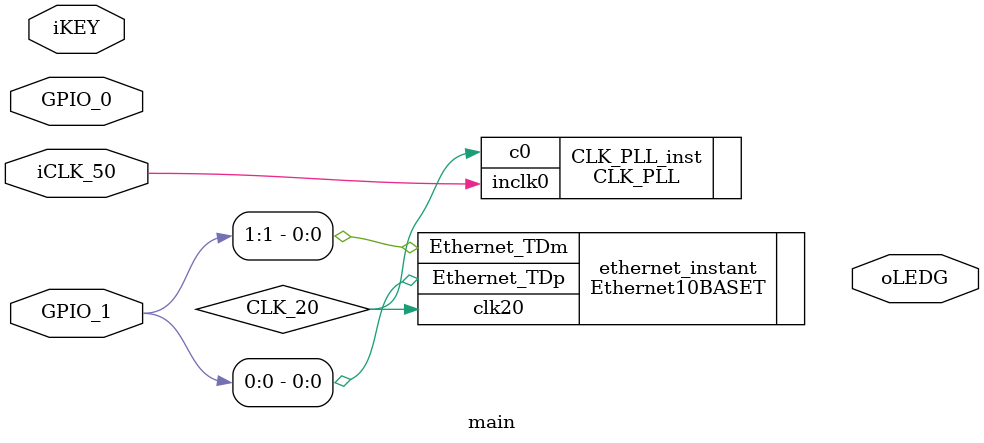
<source format=v>
module main(
	input iCLK_50,
	
	inout	[31:0] GPIO_0, GPIO_1,
	output [8:0] oLEDG,
	input [3:0]	iKEY
	);
	
	wire CLK_20;
	
	CLK_PLL	CLK_PLL_inst (
		.inclk0 	( iCLK_50	),
		.c0 		( CLK_20		)
	);

	Ethernet10BASET ethernet_instant( 
		.clk20 	( CLK_20		),
		.Ethernet_TDp		( GPIO_1[0]	),
		.Ethernet_TDm 		( GPIO_1[1]	)
	);

endmodule

</source>
